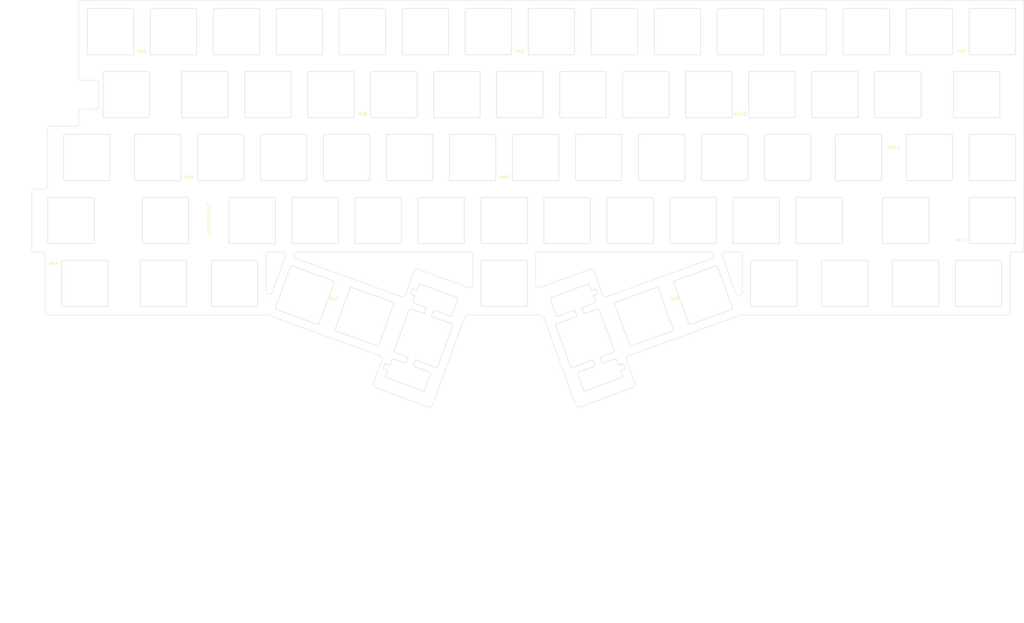
<source format=kicad_pcb>
(kicad_pcb (version 20241229) (generator "pcbnew") (generator_version "9.0")
  (layers (0 "F.Cu" signal) (2 "B.Cu" signal) (13 "F.Paste" user) (15 "B.Paste" user) (5 "F.SilkS" user "F.Silkscreen") (7 "B.SilkS" user "B.Silkscreen") (1 "F.Mask" user) (3 "B.Mask" user) (25 "Edge.Cuts" user))
  (net 0 "")
  (footprint "tmr-lib:Switch_Cutout" (layer "F.Cu") (at 256.5 19))
  (footprint "tmr-lib:Switch_Cutout" (layer "F.Cu") (at 19 0))
  (footprint "tmr-lib:Switch_Cutout_2u" (layer "F.Cu") (at 113.4 92.5 70))
  (footprint "tmr-lib:Switch_Cutout" (layer "F.Cu") (at 213.75 57))
  (footprint "tmr-lib:Switch_Cutout" (layer "F.Cu") (at 179.9 86 20))
  (footprint "tmr-lib:Switch_Cutout" (layer "F.Cu") (at 95.6 86 -20))
  (footprint "tmr-lib:Switch_Cutout" (layer "F.Cu") (at 47.5 19))
  (footprint "MountingHole:MountingHole_2.1mm" (layer "F.Cu") (at 28.5 8.93))
  (footprint "tmr-lib:Switch_Cutout" (layer "F.Cu") (at 285 0))
  (footprint "tmr-lib:Switch_Cutout" (layer "F.Cu") (at 57 0))
  (footprint "tmr-lib:Dummy" (layer "F.Cu") (at 229.78125 80))
  (footprint "tmr-lib:Switch_Cutout" (layer "F.Cu") (at 137.75 57))
  (footprint "tmr-lib:Switch_Cutout" (layer "F.Cu") (at 90.25 38))
  (footprint "tmr-lib:Switch_Cutout" (layer "F.Cu") (at 80.75 57))
  (footprint "tmr-lib:Switch_Cutout" (layer "F.Cu") (at 166.25 38))
  (footprint "tmr-lib:Switch_Cutout_1.75u" (layer "F.Cu") (at 258.875 57))
  (footprint "tmr-lib:Switch_Cutout" (layer "F.Cu") (at 223.25 38))
  (footprint "MountingHole:MountingHole_2.1mm" (layer "F.Cu") (at 189.145 83.6))
  (footprint "tmr-lib:Switch_Cutout" (layer "F.Cu") (at 147.25 38))
  (footprint "tmr-lib:Switch_Cutout" (layer "F.Cu") (at 56.4 76))
  (footprint "tmr-lib:Switch_Cutout" (layer "F.Cu") (at 156.75 57))
  (footprint "tmr-lib:Switch_Cutout" (layer "F.Cu") (at 128.25 38))
  (footprint "tmr-lib:Switch_Cutout_1.25u" (layer "F.Cu") (at 11.275 76))
  (footprint "tmr-lib:Switch_Cutout" (layer "F.Cu") (at 77.625 79.5 -20))
  (footprint "MountingHole:MountingHole_2.1mm" (layer "F.Cu") (at 137.75 46.93))
  (footprint "tmr-lib:Switch_Cutout" (layer "F.Cu") (at 118.75 57))
  (footprint "tmr-lib:Switch_Cutout" (layer "F.Cu") (at 197.75 79.5 20))
  (footprint "tmr-lib:Switch_Cutout" (layer "F.Cu") (at 266 0))
  (footprint "tmr-lib:Switch_Cutout" (layer "F.Cu") (at 142.5 19))
  (footprint "tmr-lib:Switch_Cutout" (layer "F.Cu") (at 261.85 76))
  (footprint "tmr-lib:Switch_Cutout" (layer "F.Cu") (at 280.25 19))
  (footprint "tmr-lib:Switch_Cutout" (layer "F.Cu") (at 228 0))
  (footprint "tmr-lib:Switch_Cutout" (layer "F.Cu") (at 219.1 76))
  (footprint "tmr-lib:Switch_Cutout" (layer "F.Cu") (at 66.5 19))
  (footprint "tmr-lib:Switch_Cutout" (layer "F.Cu") (at 194.75 57))
  (footprint "tmr-lib:Switch_Cutout" (layer "F.Cu") (at 204.25 38))
  (footprint "tmr-lib:Switch_Cutout" (layer "F.Cu") (at 38 0))
  (footprint "MountingHole:MountingHole_2.1mm" (layer "F.Cu") (at 86.355 83.6))
  (footprint "tmr-lib:Switch_Cutout" (layer "F.Cu") (at 180.5 19))
  (footprint "tmr-lib:Switch_Cutout_1.25u" (layer "F.Cu") (at 35.025 76))
  (footprint "tmr-lib:Switch_Cutout" (layer "F.Cu") (at 99.75 57))
  (footprint "tmr-lib:Switch_Cutout" (layer "F.Cu") (at 218.5 19))
  (footprint "tmr-lib:Switch_Cutout" (layer "F.Cu") (at 95 0))
  (footprint "tmr-lib:Switch_Cutout" (layer "F.Cu") (at 137.75 76))
  (footprint "MountingHole:MountingHole_2.1mm" (layer "F.Cu") (at 42.75 46.93))
  (footprint "MountingHole:MountingHole_2.1mm" (layer "F.Cu") (at 209 27.93))
  (footprint "tmr-lib:Switch_Cutout" (layer "F.Cu") (at 152 0))
  (footprint "tmr-lib:Switch_Cutout" (layer "F.Cu") (at 61.75 57))
  (footprint "tmr-lib:Dummy" (layer "F.Cu") (at 11.7 19 -90))
  (footprint "tmr-lib:Switch_Cutout_1.25u" (layer "F.Cu") (at 240.475 76))
  (footprint "tmr-lib:Switch_Cutout" (layer "F.Cu") (at 185.25 38))
  (footprint "tmr-lib:Switch_Cutout" (layer "F.Cu") (at 23.75 19))
  (footprint "tmr-lib:Dummy" (layer "F.Cu") (at 23.15625 80))
  (footprint "tmr-lib:Switch_Cutout_1.25u" (layer "F.Cu") (at 11.875 38))
  (footprint "MountingHole:MountingHole_2.1mm" (layer "F.Cu") (at 1.9 73))
  (footprint "tmr-lib:Switch_Cutout" (layer "F.Cu") (at 190 0))
  (footprint "tmr-lib:Switch_Cutout_1.75u" (layer "F.Cu") (at 35.625 57))
  (footprint "tmr-lib:Switch_Cutout" (layer "F.Cu") (at 52.25 38))
  (footprint "tmr-lib:Switch_Cutout_1.25u" (layer "F.Cu") (at 244.625 38))
  (footprint "tmr-lib:Switch_Cutout" (layer "F.Cu") (at 33.25 38))
  (footprint "tmr-lib:Switch_Cutout" (layer "F.Cu") (at 285 38))
  (footprint "tmr-lib:Switch_Cutout" (layer "F.Cu") (at 123.5 19))
  (footprint "tmr-lib:Switch_Cutout_2u" (layer "F.Cu") (at 162.1 92.5 -70))
  (footprint "tmr-lib:Switch_Cutout" (layer "F.Cu") (at 285 57))
  (footprint "tmr-lib:Switch_Cutout" (layer "F.Cu") (at 133 0))
  (footprint "tmr-lib:Switch_Cutout" (layer "F.Cu") (at 175.75 57))
  (footprint "tmr-lib:JLC_Order_Num" (layer "F.Cu") (at 48.8 56.75 90))
  (footprint "tmr-lib:Switch_Cutout" (layer "F.Cu") (at 161.5 19))
  (footprint "tmr-lib:Switch_Cutout" (layer "F.Cu") (at 247 0))
  (footprint "tmr-lib:Switch_Cutout" (layer "F.Cu") (at 209 0))
  (footprint "MountingHole:MountingHole_2.1mm" (layer "F.Cu") (at 275.5 65.93))
  (footprint "tmr-lib:Switch_Cutout" (layer "F.Cu") (at 71.25 38))
  (footprint "MountingHole:MountingHole_2.1mm" (layer "F.Cu") (at 95 27.93))
  (footprint "tmr-lib:Switch_Cutout_1.25u" (layer "F.Cu") (at 7.125 57))
  (footprint "tmr-lib:Switch_Cutout" (layer "F.Cu") (at 232.75 57))
  (footprint "tmr-lib:Switch_Cutout" (layer "F.Cu") (at 266 38))
  (footprint "tmr-lib:Switch_Cutout" (layer "F.Cu") (at 114 0))
  (footprint "tmr-lib:Switch_Cutout" (layer "F.Cu") (at 104.5 19))
  (footprint "MountingHole:MountingHole_2.1mm" (layer "F.Cu") (at 275.5 8.93))
  (footprint "MountingHole:MountingHole_2.1mm" (layer "F.Cu") (at 142.5 8.93))
  (footprint "MountingHole:MountingHole_2.1mm" (layer "F.Cu") (at 255.25 38))
  (footprint "tmr-lib:Switch_Cutout" (layer "F.Cu") (at 199.5 19))
  (footprint "tmr-lib:Switch_Cutout" (layer "F.Cu") (at 76 0))
  (footprint "tmr-lib:Switch_Cutout" (layer "F.Cu") (at 171 0))
  (footprint "tmr-lib:Switch_Cutout" (layer "F.Cu") (at 109.25 38))
  (footprint "tmr-lib:Switch_Cutout" (layer "F.Cu") (at 85.5 19))
  (footprint "tmr-lib:Switch_Cutout" (layer "F.Cu") (at 237.5 19))
  (footprint "tmr-lib:Switch_Cutout" (layer "F.Cu") (at 280.85 76))
  (gr_line (start 137.75 85.5) (end 148.742304 85.5) (stroke (width 0.1)) (layer "Edge.Cuts"))
  (gr_line (start 9.5 23.35) (end 15 23.35) (stroke (width 0.1)) (layer "Edge.Cuts"))
  (gr_line (start 294.5 66) (end 294.5 -9) (stroke (width 0.1)) (layer "Edge.Cuts"))
  (gr_line (start 127.25 66.5) (end 118.75 66.5) (stroke (width 0.1)) (layer "Edge.Cuts"))
  (gr_arc (start 208.6 66.5) (mid 209.307107 66.792893) (end 209.6 67.5) (stroke (width 0.1)) (layer "Edge.Cuts"))
  (gr_arc (start 294.5 66) (mid 294.353553 66.353553) (end 294 66.5) (stroke (width 0.1)) (layer "Edge.Cuts"))
  (gr_arc (start 108.057359 79.40263) (mid 107.540351 79.966929) (end 106.775728 80.000331) (stroke (width 0.1)) (layer "Edge.Cuts"))
  (gr_line (start 147.25 76.257456) (end 147.25 67.5) (stroke (width 0.1)) (layer "Edge.Cuts"))
  (gr_arc (start 0 46.5) (mid -0.292893 47.207107) (end -1 47.5) (stroke (width 0.1)) (layer "Edge.Cuts"))
  (gr_line (start 70.818797 66.5) (end 68.875 66.5) (stroke (width 0.1)) (layer "Edge.Cuts"))
  (gr_arc (start 290.35 85) (mid 290.203553 85.353553) (end 289.85 85.5) (stroke (width 0.1)) (layer "Edge.Cuts"))
  (gr_arc (start 200.019886 66.5) (mid 201.004691 67.326332) (end 200.3619 68.439653) (stroke (width 0.1)) (layer "Edge.Cuts"))
  (gr_line (start 67.839653 78.608875) (end 71.758488 67.841989) (stroke (width 0.1)) (layer "Edge.Cuts"))
  (gr_line (start 175.209117 97.817036) (end 208.884204 85.560278) (stroke (width 0.1)) (layer "Edge.Cuts"))
  (gr_line (start 206.625 66.5) (end 208.6 66.5) (stroke (width 0.1)) (layer "Edge.Cuts"))
  (gr_arc (start 148.742304 85.5) (mid 149.315881 85.680848) (end 149.681997 86.157979) (stroke (width 0.1)) (layer "Edge.Cuts"))
  (gr_line (start 118.75 66.5) (end 75.355114 66.5) (stroke (width 0.1)) (layer "Edge.Cuts"))
  (gr_line (start 9.5 27.5) (end 9.5 23.35) (stroke (width 0.1)) (layer "Edge.Cuts"))
  (gr_arc (start 128.25 76.257457) (mid 127.823609 77.076577) (end 126.908023 77.197148) (stroke (width 0.1)) (layer "Edge.Cuts"))
  (gr_arc (start 294 -9.5) (mid 294.353553 -9.353553) (end 294.5 -9) (stroke (width 0.1)) (layer "Edge.Cuts"))
  (gr_line (start 125.818003 86.157979) (end 116.170676 112.663728) (stroke (width 0.1)) (layer "Edge.Cuts"))
  (gr_arc (start 65.9 67.5) (mid 66.192893 66.792893) (end 66.9 66.5) (stroke (width 0.1)) (layer "Edge.Cuts"))
  (gr_line (start 100.290883 97.817036) (end 66.615796 85.560278) (stroke (width 0.1)) (layer "Edge.Cuts"))
  (gr_line (start 156.75 66.5) (end 200.019886 66.5) (stroke (width 0.1)) (layer "Edge.Cuts"))
  (gr_arc (start 160.611011 113.261331) (mid 159.846375 113.228018) (end 159.329324 112.663728) (stroke (width 0.1)) (layer "Edge.Cuts"))
  (gr_line (start -3.75 47.5) (end -1 47.5) (stroke (width 0.1)) (layer "Edge.Cuts"))
  (gr_arc (start 70.818797 66.5) (mid 71.637943 66.926411) (end 71.758488 67.841989) (stroke (width 0.1)) (layer "Edge.Cuts"))
  (gr_line (start 149.681997 86.157979) (end 159.329324 112.663728) (stroke (width 0.1)) (layer "Edge.Cuts"))
  (gr_arc (start -1.6 66.5) (mid -0.892893 66.792893) (end -0.6 67.5) (stroke (width 0.1)) (layer "Edge.Cuts"))
  (gr_arc (start 209.6 78.610295) (mid 208.773669 79.5951) (end 207.660347 78.952309) (stroke (width 0.1)) (layer "Edge.Cuts"))
  (gr_line (start 167.428016 79.362457) (end 164.699694 71.866471) (stroke (width 0.1)) (layer "Edge.Cuts"))
  (gr_arc (start 100.290883 97.817036) (mid 100.855171 98.334096) (end 100.888563 99.098731) (stroke (width 0.1)) (layer "Edge.Cuts"))
  (gr_arc (start 290.35 67) (mid 290.496446 66.646446) (end 290.85 66.5) (stroke (width 0.1)) (layer "Edge.Cuts"))
  (gr_line (start 75.0131 68.439653) (end 106.775728 80.000331) (stroke (width 0.1)) (layer "Edge.Cuts"))
  (gr_arc (start 127.25 66.5) (mid 127.957107 66.792893) (end 128.25 67.5) (stroke (width 0.1)) (layer "Edge.Cuts"))
  (gr_arc (start 98.914178 107.446961) (mid 98.349894 106.929895) (end 98.316549 106.165263) (stroke (width 0.1)) (layer "Edge.Cuts"))
  (gr_line (start 128.25 76.257457) (end 128.25 67.5) (stroke (width 0.1)) (layer "Edge.Cuts"))
  (gr_arc (start 75.0131 68.439653) (mid 74.370336 67.326355) (end 75.355114 66.5) (stroke (width 0.1)) (layer "Edge.Cuts"))
  (gr_arc (start 110.800303 71.86647) (mid 111.058837 71.584328) (end 111.441153 71.567654) (stroke (width 0.1)) (layer "Edge.Cuts"))
  (gr_line (start 290.85 66.5) (end 294 66.5) (stroke (width 0.1)) (layer "Edge.Cuts"))
  (gr_line (start 15.5 22.85) (end 15.5 15.15) (stroke (width 0.1)) (layer "Edge.Cuts"))
  (gr_arc (start 148.591978 77.197147) (mid 147.67639 77.076615) (end 147.25 76.257456) (stroke (width 0.1)) (layer "Edge.Cuts"))
  (gr_line (start 0 46.5) (end 0 29.5) (stroke (width 0.1)) (layer "Edge.Cuts"))
  (gr_arc (start 208.884204 85.560278) (mid 209.052578 85.515162) (end 209.22623 85.5) (stroke (width 0.1)) (layer "Edge.Cuts"))
  (gr_arc (start 15.5 22.85) (mid 15.353553 23.203553) (end 15 23.35) (stroke (width 0.1)) (layer "Edge.Cuts"))
  (gr_line (start 1 28.5) (end 8.5 28.5) (stroke (width 0.1)) (layer "Edge.Cuts"))
  (gr_arc (start 9.5 -8.5) (mid 9.792893 -9.207107) (end 10.5 -9.5) (stroke (width 0.1)) (layer "Edge.Cuts"))
  (gr_line (start 98.316549 106.165263) (end 100.888563 99.098731) (stroke (width 0.1)) (layer "Edge.Cuts"))
  (gr_line (start 164.058843 71.567655) (end 148.591978 77.197147) (stroke (width 0.1)) (layer "Edge.Cuts"))
  (gr_line (start -4.75 65.5) (end -4.75 48.5) (stroke (width 0.1)) (layer "Edge.Cuts"))
  (gr_line (start 108.057359 79.40263) (end 110.800303 71.86647) (stroke (width 0.1)) (layer "Edge.Cuts"))
  (gr_line (start 209.6 67.5) (end 209.6 78.610295) (stroke (width 0.1)) (layer "Edge.Cuts"))
  (gr_arc (start 116.170676 112.663728) (mid 115.653616 113.22801) (end 114.888989 113.261331) (stroke (width 0.1)) (layer "Edge.Cuts"))
  (gr_line (start 294 -9.5) (end 10.5 -9.5) (stroke (width 0.1)) (layer "Edge.Cuts"))
  (gr_arc (start 66.27377 85.5) (mid 66.447421 85.515168) (end 66.615796 85.560278) (stroke (width 0.1)) (layer "Edge.Cuts"))
  (gr_arc (start 164.058843 71.567655) (mid 164.441179 71.584316) (end 164.699694 71.866471) (stroke (width 0.1)) (layer "Edge.Cuts"))
  (gr_line (start 290.35 85) (end 290.35 67) (stroke (width 0.1)) (layer "Edge.Cuts"))
  (gr_arc (start -3.75 66.5) (mid -4.457107 66.207107) (end -4.75 65.5) (stroke (width 0.1)) (layer "Edge.Cuts"))
  (gr_line (start 209.22623 85.5) (end 289.85 85.5) (stroke (width 0.1)) (layer "Edge.Cuts"))
  (gr_line (start 9.5 -8.5) (end 9.5 14.65) (stroke (width 0.1)) (layer "Edge.Cuts"))
  (gr_line (start 160.611011 113.261331) (end 176.585822 107.446961) (stroke (width 0.1)) (layer "Edge.Cuts"))
  (gr_arc (start 174.611437 99.098731) (mid 174.64482 98.334096) (end 175.209117 97.817036) (stroke (width 0.1)) (layer "Edge.Cuts"))
  (gr_line (start 207.660347 78.952309) (end 203.616511 67.841988) (stroke (width 0.1)) (layer "Edge.Cuts"))
  (gr_line (start 148.25 66.5) (end 156.75 66.5) (stroke (width 0.1)) (layer "Edge.Cuts"))
  (gr_arc (start 0 29.5) (mid 0.292893 28.792893) (end 1 28.5) (stroke (width 0.1)) (layer "Edge.Cuts"))
  (gr_arc (start 9.5 27.5) (mid 9.207107 28.207107) (end 8.5 28.5) (stroke (width 0.1)) (layer "Edge.Cuts"))
  (gr_line (start 204.556202 66.5) (end 206.625 66.5) (stroke (width 0.1)) (layer "Edge.Cuts"))
  (gr_arc (start 177.183451 106.165263) (mid 177.150089 106.929872) (end 176.585822 107.446961) (stroke (width 0.1)) (layer "Edge.Cuts"))
  (gr_arc (start 67.839653 78.608875) (mid 66.726356 79.251655) (end 65.9 78.266861) (stroke (width 0.1)) (layer "Edge.Cuts"))
  (gr_arc (start 15 14.65) (mid 15.353553 14.796447) (end 15.5 15.15) (stroke (width 0.1)) (layer "Edge.Cuts"))
  (gr_line (start 15 14.65) (end 9.5 14.65) (stroke (width 0.1)) (layer "Edge.Cuts"))
  (gr_arc (start 147.25 67.5) (mid 147.542893 66.792893) (end 148.25 66.5) (stroke (width 0.1)) (layer "Edge.Cuts"))
  (gr_line (start -0.6 84.5) (end -0.6 67.5) (stroke (width 0.1)) (layer "Edge.Cuts"))
  (gr_line (start 66.27377 85.5) (end 0.4 85.5) (stroke (width 0.1)) (layer "Edge.Cuts"))
  (gr_arc (start 125.818003 86.157979) (mid 126.184119 85.680846) (end 126.757696 85.5) (stroke (width 0.1)) (layer "Edge.Cuts"))
  (gr_line (start 65.9 67.5) (end 65.9 78.266861) (stroke (width 0.1)) (layer "Edge.Cuts"))
  (gr_arc (start 168.709649 79.960158) (mid 167.945026 79.926782) (end 167.428016 79.362457) (stroke (width 0.1)) (layer "Edge.Cuts"))
  (gr_arc (start -4.75 48.5) (mid -4.457107 47.792893) (end -3.75 47.5) (stroke (width 0.1)) (layer "Edge.Cuts"))
  (gr_arc (start 0.4 85.5) (mid -0.307107 85.207107) (end -0.6 84.5) (stroke (width 0.1)) (layer "Edge.Cuts"))
  (gr_line (start 114.888989 113.261331) (end 98.914178 107.446961) (stroke (width 0.1)) (layer "Edge.Cuts"))
  (gr_line (start 137.75 85.5) (end 126.757696 85.5) (stroke (width 0.1)) (layer "Edge.Cuts"))
  (gr_line (start 111.441153 71.567654) (end 126.908023 77.197148) (stroke (width 0.1)) (layer "Edge.Cuts"))
  (gr_line (start 200.3619 68.439653) (end 168.709649 79.960158) (stroke (width 0.1)) (layer "Edge.Cuts"))
  (gr_line (start 68.875 66.5) (end 66.9 66.5) (stroke (width 0.1)) (layer "Edge.Cuts"))
  (gr_line (start -1.6 66.5) (end -3.75 66.5) (stroke (width 0.1)) (layer "Edge.Cuts"))
  (gr_line (start 177.183451 106.165263) (end 174.611437 99.098731) (stroke (width 0.1)) (layer "Edge.Cuts"))
  (gr_arc (start 203.616511 67.841988) (mid 203.737045 66.926398) (end 204.556202 66.5) (stroke (width 0.1)) (layer "Edge.Cuts"))
)
</source>
